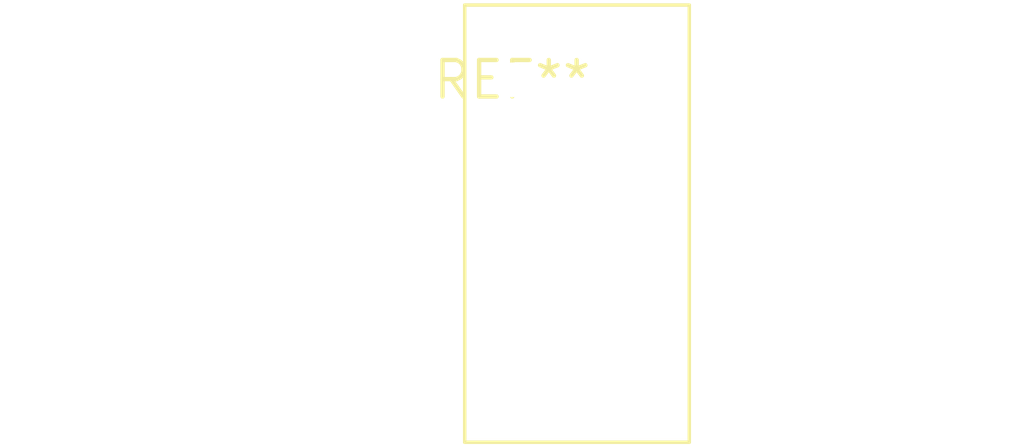
<source format=kicad_pcb>
(kicad_pcb (version 20240108) (generator pcbnew)
  (layers (0 "F.Cu" signal) (31 "B.Cu" signal) (34 "B.Paste" user) (35 "F.Paste" user) (36 "B.SilkS" user "B.Silkscreen") (37 "F.SilkS" user "F.Silkscreen") (38 "B.Mask" user) (39 "F.Mask" user) (44 "Edge.Cuts" user))
  (net 0 "")
  (footprint "L_CommonMode_Wuerth_WE-CMB-XS" (layer "F.Cu") (at 0 0)
    (property "Reference" "REF**")
    (property "Value" "L_CommonMode_Wuerth_WE-CMB-XS")
    (fp_line (start -1.65 -2.6) (end -1.65 12.6) (layer "F.SilkS") (stroke (width 0.12)))
    (fp_line (start -1.65 12.6) (end 6.15 12.6) (layer "F.SilkS") (stroke (width 0.12)))
    (fp_line (start 6.15 -2.6) (end -1.65 -2.6) (layer "F.SilkS") (stroke (width 0.12)))
    (fp_line (start 6.15 12.6) (end 6.15 -2.6) (layer "F.SilkS") (stroke (width 0.12)))
    (pad "1" thru_hole circle (at 0 0) (size 2.2 2.2) (drill 1.2) (layers *.Cu *.Mask) (remove_unused_layers))
    (pad "2" thru_hole circle (at 4.5 0) (size 2.2 2.2) (drill 1.2) (layers *.Cu *.Mask) (remove_unused_layers))
    (pad "3" thru_hole circle (at 4.5 10) (size 2.2 2.2) (drill 1.2) (layers *.Cu *.Mask) (remove_unused_layers))
    (pad "4" thru_hole circle (at 0 10) (size 2.2 2.2) (drill 1.2) (layers *.Cu *.Mask) (remove_unused_layers))
  )
)
</source>
